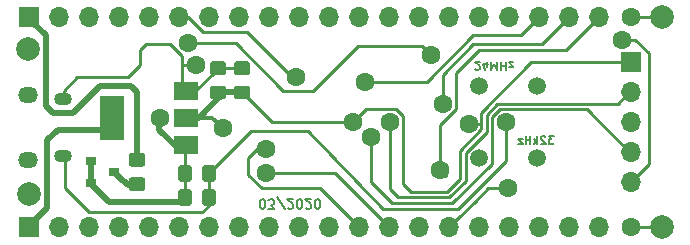
<source format=gbr>
G04 #@! TF.GenerationSoftware,KiCad,Pcbnew,(5.1.5)-3*
G04 #@! TF.CreationDate,2020-07-09T12:28:23-03:00*
G04 #@! TF.ProjectId,UFRGS PILL,55465247-5320-4504-994c-4c2e6b696361,0.1*
G04 #@! TF.SameCoordinates,Original*
G04 #@! TF.FileFunction,Copper,L2,Bot*
G04 #@! TF.FilePolarity,Positive*
%FSLAX46Y46*%
G04 Gerber Fmt 4.6, Leading zero omitted, Abs format (unit mm)*
G04 Created by KiCad (PCBNEW (5.1.5)-3) date 2020-07-09 12:28:23*
%MOMM*%
%LPD*%
G04 APERTURE LIST*
%ADD10C,0.150000*%
%ADD11R,2.000000X1.500000*%
%ADD12R,2.000000X3.800000*%
%ADD13C,0.100000*%
%ADD14O,1.700000X1.350000*%
%ADD15O,1.500000X1.100000*%
%ADD16O,1.700000X1.700000*%
%ADD17R,1.700000X1.700000*%
%ADD18R,0.900000X0.800000*%
%ADD19C,1.500000*%
%ADD20C,2.000000*%
%ADD21C,1.600000*%
%ADD22C,0.250000*%
%ADD23C,0.300000*%
%ADD24C,0.500000*%
G04 APERTURE END LIST*
D10*
X125654095Y-55048095D02*
X125730285Y-55048095D01*
X125806476Y-55010000D01*
X125844571Y-54971904D01*
X125882666Y-54895714D01*
X125920761Y-54743333D01*
X125920761Y-54552857D01*
X125882666Y-54400476D01*
X125844571Y-54324285D01*
X125806476Y-54286190D01*
X125730285Y-54248095D01*
X125654095Y-54248095D01*
X125577904Y-54286190D01*
X125539809Y-54324285D01*
X125501714Y-54400476D01*
X125463619Y-54552857D01*
X125463619Y-54743333D01*
X125501714Y-54895714D01*
X125539809Y-54971904D01*
X125577904Y-55010000D01*
X125654095Y-55048095D01*
X126187428Y-55048095D02*
X126682666Y-55048095D01*
X126416000Y-54743333D01*
X126530285Y-54743333D01*
X126606476Y-54705238D01*
X126644571Y-54667142D01*
X126682666Y-54590952D01*
X126682666Y-54400476D01*
X126644571Y-54324285D01*
X126606476Y-54286190D01*
X126530285Y-54248095D01*
X126301714Y-54248095D01*
X126225523Y-54286190D01*
X126187428Y-54324285D01*
X127596952Y-55086190D02*
X126911238Y-54057619D01*
X127825523Y-54971904D02*
X127863619Y-55010000D01*
X127939809Y-55048095D01*
X128130285Y-55048095D01*
X128206476Y-55010000D01*
X128244571Y-54971904D01*
X128282666Y-54895714D01*
X128282666Y-54819523D01*
X128244571Y-54705238D01*
X127787428Y-54248095D01*
X128282666Y-54248095D01*
X128777904Y-55048095D02*
X128854095Y-55048095D01*
X128930285Y-55010000D01*
X128968380Y-54971904D01*
X129006476Y-54895714D01*
X129044571Y-54743333D01*
X129044571Y-54552857D01*
X129006476Y-54400476D01*
X128968380Y-54324285D01*
X128930285Y-54286190D01*
X128854095Y-54248095D01*
X128777904Y-54248095D01*
X128701714Y-54286190D01*
X128663619Y-54324285D01*
X128625523Y-54400476D01*
X128587428Y-54552857D01*
X128587428Y-54743333D01*
X128625523Y-54895714D01*
X128663619Y-54971904D01*
X128701714Y-55010000D01*
X128777904Y-55048095D01*
X129349333Y-54971904D02*
X129387428Y-55010000D01*
X129463619Y-55048095D01*
X129654095Y-55048095D01*
X129730285Y-55010000D01*
X129768380Y-54971904D01*
X129806476Y-54895714D01*
X129806476Y-54819523D01*
X129768380Y-54705238D01*
X129311238Y-54248095D01*
X129806476Y-54248095D01*
X130301714Y-55048095D02*
X130377904Y-55048095D01*
X130454095Y-55010000D01*
X130492190Y-54971904D01*
X130530285Y-54895714D01*
X130568380Y-54743333D01*
X130568380Y-54552857D01*
X130530285Y-54400476D01*
X130492190Y-54324285D01*
X130454095Y-54286190D01*
X130377904Y-54248095D01*
X130301714Y-54248095D01*
X130225523Y-54286190D01*
X130187428Y-54324285D01*
X130149333Y-54400476D01*
X130111238Y-54552857D01*
X130111238Y-54743333D01*
X130149333Y-54895714D01*
X130187428Y-54971904D01*
X130225523Y-55010000D01*
X130301714Y-55048095D01*
X143704666Y-43242666D02*
X143738000Y-43276000D01*
X143804666Y-43309333D01*
X143971333Y-43309333D01*
X144038000Y-43276000D01*
X144071333Y-43242666D01*
X144104666Y-43176000D01*
X144104666Y-43109333D01*
X144071333Y-43009333D01*
X143671333Y-42609333D01*
X144104666Y-42609333D01*
X144704666Y-43076000D02*
X144704666Y-42609333D01*
X144538000Y-43342666D02*
X144371333Y-42842666D01*
X144804666Y-42842666D01*
X145071333Y-42609333D02*
X145071333Y-43309333D01*
X145304666Y-42809333D01*
X145538000Y-43309333D01*
X145538000Y-42609333D01*
X145871333Y-42609333D02*
X145871333Y-43309333D01*
X145871333Y-42976000D02*
X146271333Y-42976000D01*
X146271333Y-42609333D02*
X146271333Y-43309333D01*
X146538000Y-43076000D02*
X146904666Y-43076000D01*
X146538000Y-42609333D01*
X146904666Y-42609333D01*
X150344000Y-48892666D02*
X149910666Y-48892666D01*
X150144000Y-49159333D01*
X150044000Y-49159333D01*
X149977333Y-49192666D01*
X149944000Y-49226000D01*
X149910666Y-49292666D01*
X149910666Y-49459333D01*
X149944000Y-49526000D01*
X149977333Y-49559333D01*
X150044000Y-49592666D01*
X150244000Y-49592666D01*
X150310666Y-49559333D01*
X150344000Y-49526000D01*
X149644000Y-48959333D02*
X149610666Y-48926000D01*
X149544000Y-48892666D01*
X149377333Y-48892666D01*
X149310666Y-48926000D01*
X149277333Y-48959333D01*
X149244000Y-49026000D01*
X149244000Y-49092666D01*
X149277333Y-49192666D01*
X149677333Y-49592666D01*
X149244000Y-49592666D01*
X148944000Y-49592666D02*
X148944000Y-48892666D01*
X148877333Y-49326000D02*
X148677333Y-49592666D01*
X148677333Y-49126000D02*
X148944000Y-49392666D01*
X148377333Y-49592666D02*
X148377333Y-48892666D01*
X148377333Y-49226000D02*
X147977333Y-49226000D01*
X147977333Y-49592666D02*
X147977333Y-48892666D01*
X147710666Y-49126000D02*
X147344000Y-49126000D01*
X147710666Y-49592666D01*
X147344000Y-49592666D01*
D11*
X119228000Y-45071000D03*
X119228000Y-49671000D03*
X119228000Y-47371000D03*
D12*
X112928000Y-47371000D03*
G04 #@! TA.AperFunction,SMDPad,CuDef*
D13*
G36*
X115536505Y-50344204D02*
G01*
X115560773Y-50347804D01*
X115584572Y-50353765D01*
X115607671Y-50362030D01*
X115629850Y-50372520D01*
X115650893Y-50385132D01*
X115670599Y-50399747D01*
X115688777Y-50416223D01*
X115705253Y-50434401D01*
X115719868Y-50454107D01*
X115732480Y-50475150D01*
X115742970Y-50497329D01*
X115751235Y-50520428D01*
X115757196Y-50544227D01*
X115760796Y-50568495D01*
X115762000Y-50592999D01*
X115762000Y-51243001D01*
X115760796Y-51267505D01*
X115757196Y-51291773D01*
X115751235Y-51315572D01*
X115742970Y-51338671D01*
X115732480Y-51360850D01*
X115719868Y-51381893D01*
X115705253Y-51401599D01*
X115688777Y-51419777D01*
X115670599Y-51436253D01*
X115650893Y-51450868D01*
X115629850Y-51463480D01*
X115607671Y-51473970D01*
X115584572Y-51482235D01*
X115560773Y-51488196D01*
X115536505Y-51491796D01*
X115512001Y-51493000D01*
X114611999Y-51493000D01*
X114587495Y-51491796D01*
X114563227Y-51488196D01*
X114539428Y-51482235D01*
X114516329Y-51473970D01*
X114494150Y-51463480D01*
X114473107Y-51450868D01*
X114453401Y-51436253D01*
X114435223Y-51419777D01*
X114418747Y-51401599D01*
X114404132Y-51381893D01*
X114391520Y-51360850D01*
X114381030Y-51338671D01*
X114372765Y-51315572D01*
X114366804Y-51291773D01*
X114363204Y-51267505D01*
X114362000Y-51243001D01*
X114362000Y-50592999D01*
X114363204Y-50568495D01*
X114366804Y-50544227D01*
X114372765Y-50520428D01*
X114381030Y-50497329D01*
X114391520Y-50475150D01*
X114404132Y-50454107D01*
X114418747Y-50434401D01*
X114435223Y-50416223D01*
X114453401Y-50399747D01*
X114473107Y-50385132D01*
X114494150Y-50372520D01*
X114516329Y-50362030D01*
X114539428Y-50353765D01*
X114563227Y-50347804D01*
X114587495Y-50344204D01*
X114611999Y-50343000D01*
X115512001Y-50343000D01*
X115536505Y-50344204D01*
G37*
G04 #@! TD.AperFunction*
G04 #@! TA.AperFunction,SMDPad,CuDef*
G36*
X115536505Y-52394204D02*
G01*
X115560773Y-52397804D01*
X115584572Y-52403765D01*
X115607671Y-52412030D01*
X115629850Y-52422520D01*
X115650893Y-52435132D01*
X115670599Y-52449747D01*
X115688777Y-52466223D01*
X115705253Y-52484401D01*
X115719868Y-52504107D01*
X115732480Y-52525150D01*
X115742970Y-52547329D01*
X115751235Y-52570428D01*
X115757196Y-52594227D01*
X115760796Y-52618495D01*
X115762000Y-52642999D01*
X115762000Y-53293001D01*
X115760796Y-53317505D01*
X115757196Y-53341773D01*
X115751235Y-53365572D01*
X115742970Y-53388671D01*
X115732480Y-53410850D01*
X115719868Y-53431893D01*
X115705253Y-53451599D01*
X115688777Y-53469777D01*
X115670599Y-53486253D01*
X115650893Y-53500868D01*
X115629850Y-53513480D01*
X115607671Y-53523970D01*
X115584572Y-53532235D01*
X115560773Y-53538196D01*
X115536505Y-53541796D01*
X115512001Y-53543000D01*
X114611999Y-53543000D01*
X114587495Y-53541796D01*
X114563227Y-53538196D01*
X114539428Y-53532235D01*
X114516329Y-53523970D01*
X114494150Y-53513480D01*
X114473107Y-53500868D01*
X114453401Y-53486253D01*
X114435223Y-53469777D01*
X114418747Y-53451599D01*
X114404132Y-53431893D01*
X114391520Y-53410850D01*
X114381030Y-53388671D01*
X114372765Y-53365572D01*
X114366804Y-53341773D01*
X114363204Y-53317505D01*
X114362000Y-53293001D01*
X114362000Y-52642999D01*
X114363204Y-52618495D01*
X114366804Y-52594227D01*
X114372765Y-52570428D01*
X114381030Y-52547329D01*
X114391520Y-52525150D01*
X114404132Y-52504107D01*
X114418747Y-52484401D01*
X114435223Y-52466223D01*
X114453401Y-52449747D01*
X114473107Y-52435132D01*
X114494150Y-52422520D01*
X114516329Y-52412030D01*
X114539428Y-52403765D01*
X114563227Y-52397804D01*
X114587495Y-52394204D01*
X114611999Y-52393000D01*
X115512001Y-52393000D01*
X115536505Y-52394204D01*
G37*
G04 #@! TD.AperFunction*
D14*
X105791000Y-50927000D03*
X105791000Y-45467000D03*
D15*
X108791000Y-50617000D03*
X108791000Y-45777000D03*
D16*
X156845000Y-52832000D03*
X156845000Y-50292000D03*
X156845000Y-47752000D03*
X156845000Y-45212000D03*
D17*
X156845000Y-42672000D03*
D18*
X113141000Y-51943000D03*
X111141000Y-50993000D03*
X111141000Y-52893000D03*
D19*
X148898000Y-44704000D03*
X144018000Y-44704000D03*
X148898000Y-50800000D03*
X144018000Y-50800000D03*
D16*
X154178000Y-38862000D03*
X151638000Y-38862000D03*
X149098000Y-38862000D03*
X146558000Y-38862000D03*
X144018000Y-38862000D03*
X141478000Y-38862000D03*
X138938000Y-38862000D03*
X136398000Y-38862000D03*
X133858000Y-38862000D03*
X131318000Y-38862000D03*
X128778000Y-38862000D03*
X126238000Y-38862000D03*
X123698000Y-38862000D03*
X121158000Y-38862000D03*
X118618000Y-38862000D03*
X116078000Y-38862000D03*
X113538000Y-38862000D03*
X110998000Y-38862000D03*
X108458000Y-38862000D03*
D17*
X105918000Y-38862000D03*
D16*
X154178000Y-56642000D03*
X151638000Y-56642000D03*
X149098000Y-56642000D03*
X146558000Y-56642000D03*
X144018000Y-56642000D03*
X141478000Y-56642000D03*
X138938000Y-56642000D03*
X136398000Y-56642000D03*
X133858000Y-56642000D03*
X131318000Y-56642000D03*
X128778000Y-56642000D03*
X126238000Y-56642000D03*
X123698000Y-56642000D03*
X121158000Y-56642000D03*
X118618000Y-56642000D03*
X116078000Y-56642000D03*
X113538000Y-56642000D03*
X110998000Y-56642000D03*
X108458000Y-56642000D03*
D17*
X105918000Y-56642000D03*
G04 #@! TA.AperFunction,SMDPad,CuDef*
D13*
G36*
X124426505Y-42597204D02*
G01*
X124450773Y-42600804D01*
X124474572Y-42606765D01*
X124497671Y-42615030D01*
X124519850Y-42625520D01*
X124540893Y-42638132D01*
X124560599Y-42652747D01*
X124578777Y-42669223D01*
X124595253Y-42687401D01*
X124609868Y-42707107D01*
X124622480Y-42728150D01*
X124632970Y-42750329D01*
X124641235Y-42773428D01*
X124647196Y-42797227D01*
X124650796Y-42821495D01*
X124652000Y-42845999D01*
X124652000Y-43496001D01*
X124650796Y-43520505D01*
X124647196Y-43544773D01*
X124641235Y-43568572D01*
X124632970Y-43591671D01*
X124622480Y-43613850D01*
X124609868Y-43634893D01*
X124595253Y-43654599D01*
X124578777Y-43672777D01*
X124560599Y-43689253D01*
X124540893Y-43703868D01*
X124519850Y-43716480D01*
X124497671Y-43726970D01*
X124474572Y-43735235D01*
X124450773Y-43741196D01*
X124426505Y-43744796D01*
X124402001Y-43746000D01*
X123501999Y-43746000D01*
X123477495Y-43744796D01*
X123453227Y-43741196D01*
X123429428Y-43735235D01*
X123406329Y-43726970D01*
X123384150Y-43716480D01*
X123363107Y-43703868D01*
X123343401Y-43689253D01*
X123325223Y-43672777D01*
X123308747Y-43654599D01*
X123294132Y-43634893D01*
X123281520Y-43613850D01*
X123271030Y-43591671D01*
X123262765Y-43568572D01*
X123256804Y-43544773D01*
X123253204Y-43520505D01*
X123252000Y-43496001D01*
X123252000Y-42845999D01*
X123253204Y-42821495D01*
X123256804Y-42797227D01*
X123262765Y-42773428D01*
X123271030Y-42750329D01*
X123281520Y-42728150D01*
X123294132Y-42707107D01*
X123308747Y-42687401D01*
X123325223Y-42669223D01*
X123343401Y-42652747D01*
X123363107Y-42638132D01*
X123384150Y-42625520D01*
X123406329Y-42615030D01*
X123429428Y-42606765D01*
X123453227Y-42600804D01*
X123477495Y-42597204D01*
X123501999Y-42596000D01*
X124402001Y-42596000D01*
X124426505Y-42597204D01*
G37*
G04 #@! TD.AperFunction*
G04 #@! TA.AperFunction,SMDPad,CuDef*
G36*
X124426505Y-44647204D02*
G01*
X124450773Y-44650804D01*
X124474572Y-44656765D01*
X124497671Y-44665030D01*
X124519850Y-44675520D01*
X124540893Y-44688132D01*
X124560599Y-44702747D01*
X124578777Y-44719223D01*
X124595253Y-44737401D01*
X124609868Y-44757107D01*
X124622480Y-44778150D01*
X124632970Y-44800329D01*
X124641235Y-44823428D01*
X124647196Y-44847227D01*
X124650796Y-44871495D01*
X124652000Y-44895999D01*
X124652000Y-45546001D01*
X124650796Y-45570505D01*
X124647196Y-45594773D01*
X124641235Y-45618572D01*
X124632970Y-45641671D01*
X124622480Y-45663850D01*
X124609868Y-45684893D01*
X124595253Y-45704599D01*
X124578777Y-45722777D01*
X124560599Y-45739253D01*
X124540893Y-45753868D01*
X124519850Y-45766480D01*
X124497671Y-45776970D01*
X124474572Y-45785235D01*
X124450773Y-45791196D01*
X124426505Y-45794796D01*
X124402001Y-45796000D01*
X123501999Y-45796000D01*
X123477495Y-45794796D01*
X123453227Y-45791196D01*
X123429428Y-45785235D01*
X123406329Y-45776970D01*
X123384150Y-45766480D01*
X123363107Y-45753868D01*
X123343401Y-45739253D01*
X123325223Y-45722777D01*
X123308747Y-45704599D01*
X123294132Y-45684893D01*
X123281520Y-45663850D01*
X123271030Y-45641671D01*
X123262765Y-45618572D01*
X123256804Y-45594773D01*
X123253204Y-45570505D01*
X123252000Y-45546001D01*
X123252000Y-44895999D01*
X123253204Y-44871495D01*
X123256804Y-44847227D01*
X123262765Y-44823428D01*
X123271030Y-44800329D01*
X123281520Y-44778150D01*
X123294132Y-44757107D01*
X123308747Y-44737401D01*
X123325223Y-44719223D01*
X123343401Y-44702747D01*
X123363107Y-44688132D01*
X123384150Y-44675520D01*
X123406329Y-44665030D01*
X123429428Y-44656765D01*
X123453227Y-44650804D01*
X123477495Y-44647204D01*
X123501999Y-44646000D01*
X124402001Y-44646000D01*
X124426505Y-44647204D01*
G37*
G04 #@! TD.AperFunction*
G04 #@! TA.AperFunction,SMDPad,CuDef*
G36*
X122394505Y-42597204D02*
G01*
X122418773Y-42600804D01*
X122442572Y-42606765D01*
X122465671Y-42615030D01*
X122487850Y-42625520D01*
X122508893Y-42638132D01*
X122528599Y-42652747D01*
X122546777Y-42669223D01*
X122563253Y-42687401D01*
X122577868Y-42707107D01*
X122590480Y-42728150D01*
X122600970Y-42750329D01*
X122609235Y-42773428D01*
X122615196Y-42797227D01*
X122618796Y-42821495D01*
X122620000Y-42845999D01*
X122620000Y-43496001D01*
X122618796Y-43520505D01*
X122615196Y-43544773D01*
X122609235Y-43568572D01*
X122600970Y-43591671D01*
X122590480Y-43613850D01*
X122577868Y-43634893D01*
X122563253Y-43654599D01*
X122546777Y-43672777D01*
X122528599Y-43689253D01*
X122508893Y-43703868D01*
X122487850Y-43716480D01*
X122465671Y-43726970D01*
X122442572Y-43735235D01*
X122418773Y-43741196D01*
X122394505Y-43744796D01*
X122370001Y-43746000D01*
X121469999Y-43746000D01*
X121445495Y-43744796D01*
X121421227Y-43741196D01*
X121397428Y-43735235D01*
X121374329Y-43726970D01*
X121352150Y-43716480D01*
X121331107Y-43703868D01*
X121311401Y-43689253D01*
X121293223Y-43672777D01*
X121276747Y-43654599D01*
X121262132Y-43634893D01*
X121249520Y-43613850D01*
X121239030Y-43591671D01*
X121230765Y-43568572D01*
X121224804Y-43544773D01*
X121221204Y-43520505D01*
X121220000Y-43496001D01*
X121220000Y-42845999D01*
X121221204Y-42821495D01*
X121224804Y-42797227D01*
X121230765Y-42773428D01*
X121239030Y-42750329D01*
X121249520Y-42728150D01*
X121262132Y-42707107D01*
X121276747Y-42687401D01*
X121293223Y-42669223D01*
X121311401Y-42652747D01*
X121331107Y-42638132D01*
X121352150Y-42625520D01*
X121374329Y-42615030D01*
X121397428Y-42606765D01*
X121421227Y-42600804D01*
X121445495Y-42597204D01*
X121469999Y-42596000D01*
X122370001Y-42596000D01*
X122394505Y-42597204D01*
G37*
G04 #@! TD.AperFunction*
G04 #@! TA.AperFunction,SMDPad,CuDef*
G36*
X122394505Y-44647204D02*
G01*
X122418773Y-44650804D01*
X122442572Y-44656765D01*
X122465671Y-44665030D01*
X122487850Y-44675520D01*
X122508893Y-44688132D01*
X122528599Y-44702747D01*
X122546777Y-44719223D01*
X122563253Y-44737401D01*
X122577868Y-44757107D01*
X122590480Y-44778150D01*
X122600970Y-44800329D01*
X122609235Y-44823428D01*
X122615196Y-44847227D01*
X122618796Y-44871495D01*
X122620000Y-44895999D01*
X122620000Y-45546001D01*
X122618796Y-45570505D01*
X122615196Y-45594773D01*
X122609235Y-45618572D01*
X122600970Y-45641671D01*
X122590480Y-45663850D01*
X122577868Y-45684893D01*
X122563253Y-45704599D01*
X122546777Y-45722777D01*
X122528599Y-45739253D01*
X122508893Y-45753868D01*
X122487850Y-45766480D01*
X122465671Y-45776970D01*
X122442572Y-45785235D01*
X122418773Y-45791196D01*
X122394505Y-45794796D01*
X122370001Y-45796000D01*
X121469999Y-45796000D01*
X121445495Y-45794796D01*
X121421227Y-45791196D01*
X121397428Y-45785235D01*
X121374329Y-45776970D01*
X121352150Y-45766480D01*
X121331107Y-45753868D01*
X121311401Y-45739253D01*
X121293223Y-45722777D01*
X121276747Y-45704599D01*
X121262132Y-45684893D01*
X121249520Y-45663850D01*
X121239030Y-45641671D01*
X121230765Y-45618572D01*
X121224804Y-45594773D01*
X121221204Y-45570505D01*
X121220000Y-45546001D01*
X121220000Y-44895999D01*
X121221204Y-44871495D01*
X121224804Y-44847227D01*
X121230765Y-44823428D01*
X121239030Y-44800329D01*
X121249520Y-44778150D01*
X121262132Y-44757107D01*
X121276747Y-44737401D01*
X121293223Y-44719223D01*
X121311401Y-44702747D01*
X121331107Y-44688132D01*
X121352150Y-44675520D01*
X121374329Y-44665030D01*
X121397428Y-44656765D01*
X121421227Y-44650804D01*
X121445495Y-44647204D01*
X121469999Y-44646000D01*
X122370001Y-44646000D01*
X122394505Y-44647204D01*
G37*
G04 #@! TD.AperFunction*
G04 #@! TA.AperFunction,SMDPad,CuDef*
G36*
X121516505Y-51371204D02*
G01*
X121540773Y-51374804D01*
X121564572Y-51380765D01*
X121587671Y-51389030D01*
X121609850Y-51399520D01*
X121630893Y-51412132D01*
X121650599Y-51426747D01*
X121668777Y-51443223D01*
X121685253Y-51461401D01*
X121699868Y-51481107D01*
X121712480Y-51502150D01*
X121722970Y-51524329D01*
X121731235Y-51547428D01*
X121737196Y-51571227D01*
X121740796Y-51595495D01*
X121742000Y-51619999D01*
X121742000Y-52520001D01*
X121740796Y-52544505D01*
X121737196Y-52568773D01*
X121731235Y-52592572D01*
X121722970Y-52615671D01*
X121712480Y-52637850D01*
X121699868Y-52658893D01*
X121685253Y-52678599D01*
X121668777Y-52696777D01*
X121650599Y-52713253D01*
X121630893Y-52727868D01*
X121609850Y-52740480D01*
X121587671Y-52750970D01*
X121564572Y-52759235D01*
X121540773Y-52765196D01*
X121516505Y-52768796D01*
X121492001Y-52770000D01*
X120841999Y-52770000D01*
X120817495Y-52768796D01*
X120793227Y-52765196D01*
X120769428Y-52759235D01*
X120746329Y-52750970D01*
X120724150Y-52740480D01*
X120703107Y-52727868D01*
X120683401Y-52713253D01*
X120665223Y-52696777D01*
X120648747Y-52678599D01*
X120634132Y-52658893D01*
X120621520Y-52637850D01*
X120611030Y-52615671D01*
X120602765Y-52592572D01*
X120596804Y-52568773D01*
X120593204Y-52544505D01*
X120592000Y-52520001D01*
X120592000Y-51619999D01*
X120593204Y-51595495D01*
X120596804Y-51571227D01*
X120602765Y-51547428D01*
X120611030Y-51524329D01*
X120621520Y-51502150D01*
X120634132Y-51481107D01*
X120648747Y-51461401D01*
X120665223Y-51443223D01*
X120683401Y-51426747D01*
X120703107Y-51412132D01*
X120724150Y-51399520D01*
X120746329Y-51389030D01*
X120769428Y-51380765D01*
X120793227Y-51374804D01*
X120817495Y-51371204D01*
X120841999Y-51370000D01*
X121492001Y-51370000D01*
X121516505Y-51371204D01*
G37*
G04 #@! TD.AperFunction*
G04 #@! TA.AperFunction,SMDPad,CuDef*
G36*
X119466505Y-51371204D02*
G01*
X119490773Y-51374804D01*
X119514572Y-51380765D01*
X119537671Y-51389030D01*
X119559850Y-51399520D01*
X119580893Y-51412132D01*
X119600599Y-51426747D01*
X119618777Y-51443223D01*
X119635253Y-51461401D01*
X119649868Y-51481107D01*
X119662480Y-51502150D01*
X119672970Y-51524329D01*
X119681235Y-51547428D01*
X119687196Y-51571227D01*
X119690796Y-51595495D01*
X119692000Y-51619999D01*
X119692000Y-52520001D01*
X119690796Y-52544505D01*
X119687196Y-52568773D01*
X119681235Y-52592572D01*
X119672970Y-52615671D01*
X119662480Y-52637850D01*
X119649868Y-52658893D01*
X119635253Y-52678599D01*
X119618777Y-52696777D01*
X119600599Y-52713253D01*
X119580893Y-52727868D01*
X119559850Y-52740480D01*
X119537671Y-52750970D01*
X119514572Y-52759235D01*
X119490773Y-52765196D01*
X119466505Y-52768796D01*
X119442001Y-52770000D01*
X118791999Y-52770000D01*
X118767495Y-52768796D01*
X118743227Y-52765196D01*
X118719428Y-52759235D01*
X118696329Y-52750970D01*
X118674150Y-52740480D01*
X118653107Y-52727868D01*
X118633401Y-52713253D01*
X118615223Y-52696777D01*
X118598747Y-52678599D01*
X118584132Y-52658893D01*
X118571520Y-52637850D01*
X118561030Y-52615671D01*
X118552765Y-52592572D01*
X118546804Y-52568773D01*
X118543204Y-52544505D01*
X118542000Y-52520001D01*
X118542000Y-51619999D01*
X118543204Y-51595495D01*
X118546804Y-51571227D01*
X118552765Y-51547428D01*
X118561030Y-51524329D01*
X118571520Y-51502150D01*
X118584132Y-51481107D01*
X118598747Y-51461401D01*
X118615223Y-51443223D01*
X118633401Y-51426747D01*
X118653107Y-51412132D01*
X118674150Y-51399520D01*
X118696329Y-51389030D01*
X118719428Y-51380765D01*
X118743227Y-51374804D01*
X118767495Y-51371204D01*
X118791999Y-51370000D01*
X119442001Y-51370000D01*
X119466505Y-51371204D01*
G37*
G04 #@! TD.AperFunction*
G04 #@! TA.AperFunction,SMDPad,CuDef*
G36*
X121516505Y-53403204D02*
G01*
X121540773Y-53406804D01*
X121564572Y-53412765D01*
X121587671Y-53421030D01*
X121609850Y-53431520D01*
X121630893Y-53444132D01*
X121650599Y-53458747D01*
X121668777Y-53475223D01*
X121685253Y-53493401D01*
X121699868Y-53513107D01*
X121712480Y-53534150D01*
X121722970Y-53556329D01*
X121731235Y-53579428D01*
X121737196Y-53603227D01*
X121740796Y-53627495D01*
X121742000Y-53651999D01*
X121742000Y-54552001D01*
X121740796Y-54576505D01*
X121737196Y-54600773D01*
X121731235Y-54624572D01*
X121722970Y-54647671D01*
X121712480Y-54669850D01*
X121699868Y-54690893D01*
X121685253Y-54710599D01*
X121668777Y-54728777D01*
X121650599Y-54745253D01*
X121630893Y-54759868D01*
X121609850Y-54772480D01*
X121587671Y-54782970D01*
X121564572Y-54791235D01*
X121540773Y-54797196D01*
X121516505Y-54800796D01*
X121492001Y-54802000D01*
X120841999Y-54802000D01*
X120817495Y-54800796D01*
X120793227Y-54797196D01*
X120769428Y-54791235D01*
X120746329Y-54782970D01*
X120724150Y-54772480D01*
X120703107Y-54759868D01*
X120683401Y-54745253D01*
X120665223Y-54728777D01*
X120648747Y-54710599D01*
X120634132Y-54690893D01*
X120621520Y-54669850D01*
X120611030Y-54647671D01*
X120602765Y-54624572D01*
X120596804Y-54600773D01*
X120593204Y-54576505D01*
X120592000Y-54552001D01*
X120592000Y-53651999D01*
X120593204Y-53627495D01*
X120596804Y-53603227D01*
X120602765Y-53579428D01*
X120611030Y-53556329D01*
X120621520Y-53534150D01*
X120634132Y-53513107D01*
X120648747Y-53493401D01*
X120665223Y-53475223D01*
X120683401Y-53458747D01*
X120703107Y-53444132D01*
X120724150Y-53431520D01*
X120746329Y-53421030D01*
X120769428Y-53412765D01*
X120793227Y-53406804D01*
X120817495Y-53403204D01*
X120841999Y-53402000D01*
X121492001Y-53402000D01*
X121516505Y-53403204D01*
G37*
G04 #@! TD.AperFunction*
G04 #@! TA.AperFunction,SMDPad,CuDef*
G36*
X119466505Y-53403204D02*
G01*
X119490773Y-53406804D01*
X119514572Y-53412765D01*
X119537671Y-53421030D01*
X119559850Y-53431520D01*
X119580893Y-53444132D01*
X119600599Y-53458747D01*
X119618777Y-53475223D01*
X119635253Y-53493401D01*
X119649868Y-53513107D01*
X119662480Y-53534150D01*
X119672970Y-53556329D01*
X119681235Y-53579428D01*
X119687196Y-53603227D01*
X119690796Y-53627495D01*
X119692000Y-53651999D01*
X119692000Y-54552001D01*
X119690796Y-54576505D01*
X119687196Y-54600773D01*
X119681235Y-54624572D01*
X119672970Y-54647671D01*
X119662480Y-54669850D01*
X119649868Y-54690893D01*
X119635253Y-54710599D01*
X119618777Y-54728777D01*
X119600599Y-54745253D01*
X119580893Y-54759868D01*
X119559850Y-54772480D01*
X119537671Y-54782970D01*
X119514572Y-54791235D01*
X119490773Y-54797196D01*
X119466505Y-54800796D01*
X119442001Y-54802000D01*
X118791999Y-54802000D01*
X118767495Y-54800796D01*
X118743227Y-54797196D01*
X118719428Y-54791235D01*
X118696329Y-54782970D01*
X118674150Y-54772480D01*
X118653107Y-54759868D01*
X118633401Y-54745253D01*
X118615223Y-54728777D01*
X118598747Y-54710599D01*
X118584132Y-54690893D01*
X118571520Y-54669850D01*
X118561030Y-54647671D01*
X118552765Y-54624572D01*
X118546804Y-54600773D01*
X118543204Y-54576505D01*
X118542000Y-54552001D01*
X118542000Y-53651999D01*
X118543204Y-53627495D01*
X118546804Y-53603227D01*
X118552765Y-53579428D01*
X118561030Y-53556329D01*
X118571520Y-53534150D01*
X118584132Y-53513107D01*
X118598747Y-53493401D01*
X118615223Y-53475223D01*
X118633401Y-53458747D01*
X118653107Y-53444132D01*
X118674150Y-53431520D01*
X118696329Y-53421030D01*
X118719428Y-53412765D01*
X118743227Y-53406804D01*
X118767495Y-53403204D01*
X118791999Y-53402000D01*
X119442001Y-53402000D01*
X119466505Y-53403204D01*
G37*
G04 #@! TD.AperFunction*
D20*
X159512000Y-38862000D03*
X105918000Y-53848000D03*
D21*
X120015000Y-42925994D03*
D20*
X105854518Y-41571321D03*
X159512000Y-56642000D03*
D21*
X146304000Y-47752011D03*
X156845000Y-56642000D03*
X156846245Y-38844562D03*
X133350000Y-47752000D03*
X122300994Y-48260000D03*
X143129000Y-47879000D03*
X119380000Y-41047641D03*
X139965173Y-42062031D03*
X156083000Y-40767000D03*
X146431000Y-53340000D03*
X116967000Y-47371000D03*
X134366000Y-44323000D03*
X140716000Y-51816000D03*
X128524000Y-43942000D03*
X136461500Y-47752000D03*
X134874000Y-49022000D03*
X125984000Y-52070000D03*
X125984000Y-50038000D03*
X140929492Y-46187501D03*
D22*
X118858306Y-44971694D02*
X118745000Y-45085000D01*
D23*
X121421000Y-43171000D02*
X121412000Y-43180000D01*
X121666000Y-43171000D02*
X121421000Y-43171000D01*
D22*
X121167000Y-54102000D02*
X121167000Y-51825000D01*
X121167000Y-51825000D02*
X121158000Y-51816000D01*
X124714000Y-48514000D02*
X121158000Y-52070000D01*
X146304000Y-51054000D02*
X142240000Y-55118000D01*
X142240000Y-55118000D02*
X135890000Y-55118000D01*
X146304000Y-50800000D02*
X146304000Y-51054000D01*
X135890000Y-55118000D02*
X129540000Y-48514000D01*
X129540000Y-48514000D02*
X124714000Y-48514000D01*
X118872000Y-44704000D02*
X118872000Y-42164000D01*
X119126000Y-44958000D02*
X118872000Y-44704000D01*
X121675000Y-43171000D02*
X121539000Y-43307000D01*
X123444000Y-43171000D02*
X121675000Y-43171000D01*
X120142000Y-44958000D02*
X119126000Y-44958000D01*
X121539000Y-43307000D02*
X121539000Y-43561000D01*
X121539000Y-43561000D02*
X120142000Y-44958000D01*
X118872000Y-42164000D02*
X118872000Y-42787364D01*
X118872000Y-42925994D02*
X120142000Y-42925994D01*
X146304000Y-50800000D02*
X146304000Y-47752011D01*
X110998000Y-55372000D02*
X108966000Y-53340000D01*
X108966000Y-53340000D02*
X108966000Y-50546000D01*
X120597000Y-55372000D02*
X110998000Y-55372000D01*
X121167000Y-54102000D02*
X121167000Y-54802000D01*
X121167000Y-54802000D02*
X120597000Y-55372000D01*
X156845000Y-56642000D02*
X159512000Y-56642000D01*
X108839000Y-45085000D02*
X109982000Y-43942000D01*
X117856000Y-41148000D02*
X118872000Y-42164000D01*
X115824000Y-41148000D02*
X117856000Y-41148000D01*
X114300000Y-43942000D02*
X115316000Y-42926000D01*
X115316000Y-41656000D02*
X115824000Y-41148000D01*
X109982000Y-43942000D02*
X114300000Y-43942000D01*
X108839000Y-45847000D02*
X108839000Y-45085000D01*
X115316000Y-42926000D02*
X115316000Y-41656000D01*
X156863683Y-38862000D02*
X156846245Y-38844562D01*
X159512000Y-38862000D02*
X156863683Y-38862000D01*
D24*
X112395000Y-48815000D02*
X112395000Y-47498000D01*
X112395000Y-47498000D02*
X112395000Y-47371000D01*
X112928000Y-47371000D02*
X112928000Y-46888000D01*
D22*
X122136001Y-45682001D02*
X121666000Y-45212000D01*
X123952000Y-45221000D02*
X124451000Y-45221000D01*
X124451000Y-45221000D02*
X124460000Y-45212000D01*
X133604000Y-47752000D02*
X133350000Y-47752000D01*
X133350000Y-47752000D02*
X132218630Y-47752000D01*
X132218630Y-47752000D02*
X126492000Y-47752000D01*
X126492000Y-47752000D02*
X123952000Y-45212000D01*
X123952000Y-45212000D02*
X123952000Y-44958000D01*
X133604000Y-48006000D02*
X133350000Y-47752000D01*
D24*
X119228000Y-47371000D02*
X119253000Y-47371000D01*
X112928000Y-48362000D02*
X112903000Y-48387000D01*
X105918000Y-56538500D02*
X105918000Y-56642000D01*
X112928000Y-47371000D02*
X112928000Y-48362000D01*
X107442000Y-55014500D02*
X105918000Y-56538500D01*
X112903000Y-48387000D02*
X108331000Y-48387000D01*
X108331000Y-48387000D02*
X107442000Y-49276000D01*
X107442000Y-49276000D02*
X107442000Y-55014500D01*
D23*
X121411994Y-47371000D02*
X122300994Y-48260000D01*
X119228000Y-47371000D02*
X121411994Y-47371000D01*
D24*
X122428000Y-45212000D02*
X123376990Y-45212000D01*
X119228000Y-47371000D02*
X120269000Y-47371000D01*
X120269000Y-47371000D02*
X122428000Y-45212000D01*
D22*
X144192981Y-46925197D02*
X144192981Y-47672981D01*
X156718000Y-42672000D02*
X148446178Y-42672000D01*
X148446178Y-42672000D02*
X144192981Y-46925197D01*
X144192981Y-47672981D02*
X144192981Y-47819389D01*
X144133370Y-47879000D02*
X144192981Y-47819389D01*
X143129000Y-47879000D02*
X144133370Y-47879000D01*
X137001501Y-46626999D02*
X134475001Y-46626999D01*
X137586501Y-47211999D02*
X137001501Y-46626999D01*
X138233990Y-53651990D02*
X137586501Y-53004501D01*
X134149999Y-46952001D02*
X133350000Y-47752000D01*
X134475001Y-46626999D02*
X134149999Y-46952001D01*
X144192981Y-47672981D02*
X144192981Y-48339019D01*
X141291600Y-53651990D02*
X138233990Y-53651990D01*
X137586501Y-53004501D02*
X137586501Y-47211999D01*
X142367000Y-50165000D02*
X142367000Y-52576590D01*
X144192981Y-48339019D02*
X142367000Y-50165000D01*
X142367000Y-52576590D02*
X141291600Y-53651990D01*
X139165174Y-41262032D02*
X139965173Y-42062031D01*
X129938999Y-45067001D02*
X133743968Y-41262032D01*
X119380000Y-41047641D02*
X123416831Y-41047641D01*
X127436191Y-45067001D02*
X129938999Y-45067001D01*
X123416831Y-41047641D02*
X127436191Y-45067001D01*
X133743968Y-41262032D02*
X139165174Y-41262032D01*
X156845000Y-52832000D02*
X158369000Y-51308000D01*
X158369000Y-51308000D02*
X158369000Y-41921630D01*
X158369000Y-41921630D02*
X157214370Y-40767000D01*
X157214370Y-40767000D02*
X156083000Y-40767000D01*
D24*
X107315000Y-40386000D02*
X106291010Y-39362010D01*
X107315000Y-46355000D02*
X107315000Y-40386000D01*
X107950000Y-46990000D02*
X107315000Y-46355000D01*
X115062000Y-45212000D02*
X114554000Y-44704000D01*
X106291010Y-39362010D02*
X105918000Y-39362010D01*
X115062000Y-50918000D02*
X115062000Y-45212000D01*
X114554000Y-44704000D02*
X111887000Y-44704000D01*
X111887000Y-44704000D02*
X109601000Y-46990000D01*
X109601000Y-46990000D02*
X107950000Y-46990000D01*
D22*
X141478000Y-56642000D02*
X142327999Y-55792001D01*
X142327999Y-55792001D02*
X143637000Y-54483000D01*
X143637000Y-54483000D02*
X144780000Y-53340000D01*
X144780000Y-53340000D02*
X146304000Y-53340000D01*
X119117000Y-52070000D02*
X119117000Y-49539000D01*
X119117000Y-49539000D02*
X119126000Y-49530000D01*
X119126000Y-49530000D02*
X119126000Y-49784000D01*
X119126000Y-49784000D02*
X119126000Y-50038000D01*
X119117000Y-54102000D02*
X119117000Y-52079000D01*
X119117000Y-52079000D02*
X119126000Y-52070000D01*
D24*
X111141000Y-50993000D02*
X111141000Y-52975000D01*
X111141000Y-52975000D02*
X112649000Y-54483000D01*
X112649000Y-54483000D02*
X118745000Y-54483000D01*
X118745000Y-54483000D02*
X119126000Y-54102000D01*
X116966000Y-48386000D02*
X118364000Y-49784000D01*
X118364000Y-49784000D02*
X119126000Y-49784000D01*
X116966000Y-47372000D02*
X116967000Y-47371000D01*
X116966000Y-48386000D02*
X116966000Y-47372000D01*
D22*
X143510000Y-40386000D02*
X139573000Y-44323000D01*
X139573000Y-44323000D02*
X135497370Y-44323000D01*
X147574000Y-40386000D02*
X149098000Y-38862000D01*
X135497370Y-44323000D02*
X134366000Y-44323000D01*
X147574000Y-40386000D02*
X143510000Y-40386000D01*
X140970000Y-51816000D02*
X140716000Y-51816000D01*
X141224000Y-52324000D02*
X140716000Y-51816000D01*
X140716000Y-48006000D02*
X140716000Y-50684630D01*
X151384000Y-41656000D02*
X144018000Y-41656000D01*
X142095001Y-46626999D02*
X140716000Y-48006000D01*
X142095001Y-43578999D02*
X142095001Y-46626999D01*
X154178000Y-38862000D02*
X151384000Y-41656000D01*
X140716000Y-50684630D02*
X140716000Y-51816000D01*
X144018000Y-41656000D02*
X142095001Y-43578999D01*
X118618000Y-39116000D02*
X118618000Y-38862000D01*
X118872000Y-39116000D02*
X118618000Y-38862000D01*
X118872000Y-39151998D02*
X118872000Y-39116000D01*
X119380000Y-38862000D02*
X118618000Y-38862000D01*
X120650000Y-40132000D02*
X119380000Y-38862000D01*
X124333000Y-40132000D02*
X120650000Y-40132000D01*
X128143000Y-43942000D02*
X124333000Y-40132000D01*
X128524000Y-43942000D02*
X128143000Y-43942000D01*
X145577598Y-46176990D02*
X144653000Y-47101588D01*
X156718000Y-45212000D02*
X155753010Y-46176990D01*
X142875000Y-50351998D02*
X142875000Y-52705000D01*
X142875000Y-52705000D02*
X141478000Y-54102000D01*
X136461500Y-48883370D02*
X136461500Y-47752000D01*
X155753010Y-46176990D02*
X145577598Y-46176990D01*
X137160000Y-54102000D02*
X136461500Y-53403500D01*
X141478000Y-54102000D02*
X137160000Y-54102000D01*
X144653000Y-48573998D02*
X142875000Y-50351998D01*
X144653000Y-47101588D02*
X144653000Y-48573998D01*
X136461500Y-53403500D02*
X136461500Y-48883370D01*
X156718000Y-50224081D02*
X156718000Y-50292000D01*
X145103011Y-47287987D02*
X145763997Y-46627001D01*
X153120920Y-46627001D02*
X156718000Y-50224081D01*
X134874000Y-52832000D02*
X136652000Y-54610000D01*
X136652000Y-54610000D02*
X141732000Y-54610000D01*
X145763997Y-46627001D02*
X153120920Y-46627001D01*
X134874000Y-49022000D02*
X134874000Y-52832000D01*
X141732000Y-54610000D02*
X145103011Y-51238989D01*
X145103011Y-51238989D02*
X145103011Y-47287987D01*
X131826000Y-52070000D02*
X127115370Y-52070000D01*
X136398000Y-56642000D02*
X131826000Y-52070000D01*
X127115370Y-52070000D02*
X125984000Y-52070000D01*
X130556000Y-53340000D02*
X133858000Y-56642000D01*
X124460000Y-52197000D02*
X125603000Y-53340000D01*
X125984000Y-50038000D02*
X125222000Y-50038000D01*
X125222000Y-50038000D02*
X124460000Y-50800000D01*
X124460000Y-50800000D02*
X124460000Y-52197000D01*
X125603000Y-53340000D02*
X130556000Y-53340000D01*
X149352000Y-41148000D02*
X143510000Y-41148000D01*
X140929492Y-46268508D02*
X140929492Y-46187501D01*
X140929492Y-43728508D02*
X140929492Y-45056131D01*
X140716000Y-46482000D02*
X140929492Y-46268508D01*
X140929492Y-45056131D02*
X140929492Y-46187501D01*
X151638000Y-38862000D02*
X149352000Y-41148000D01*
X143510000Y-41148000D02*
X140929492Y-43728508D01*
D24*
X113919000Y-52705000D02*
X114300000Y-53086000D01*
X113141000Y-51943000D02*
X113903000Y-52705000D01*
X114300000Y-53086000D02*
X115062000Y-53086000D01*
X113903000Y-52705000D02*
X113919000Y-52705000D01*
M02*

</source>
